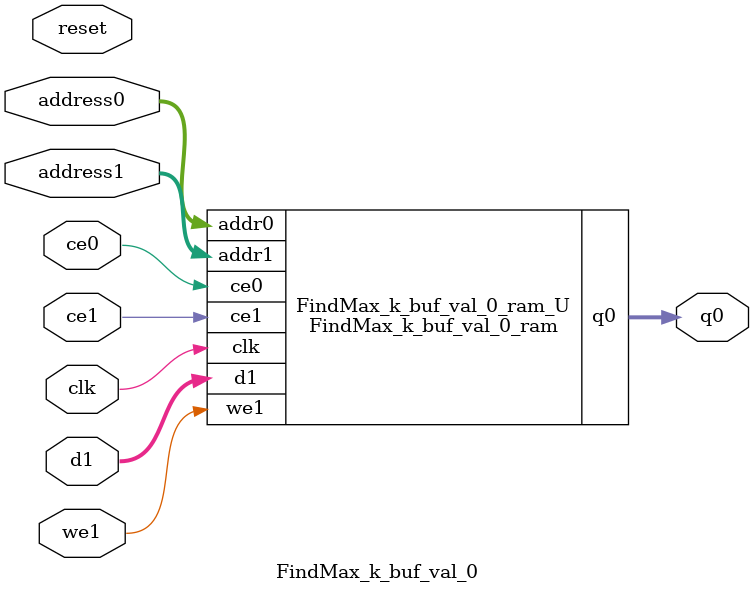
<source format=v>

`timescale 1 ns / 1 ps
module FindMax_k_buf_val_0_ram (addr0, ce0, q0, addr1, ce1, d1, we1,  clk);

parameter DWIDTH = 32;
parameter AWIDTH = 8;
parameter MEM_SIZE = 256;

input[AWIDTH-1:0] addr0;
input ce0;
output reg[DWIDTH-1:0] q0;
input[AWIDTH-1:0] addr1;
input ce1;
input[DWIDTH-1:0] d1;
input we1;
input clk;

(* ram_style = "block" *)reg [DWIDTH-1:0] ram[0:MEM_SIZE-1];




always @(posedge clk)  
begin 
    if (ce0) 
    begin
            q0 <= ram[addr0];
    end
end


always @(posedge clk)  
begin 
    if (ce1) 
    begin
        if (we1) 
        begin 
            ram[addr1] <= d1; 
        end 
    end
end


endmodule


`timescale 1 ns / 1 ps
module FindMax_k_buf_val_0(
    reset,
    clk,
    address0,
    ce0,
    q0,
    address1,
    ce1,
    we1,
    d1);

parameter DataWidth = 32'd32;
parameter AddressRange = 32'd256;
parameter AddressWidth = 32'd8;
input reset;
input clk;
input[AddressWidth - 1:0] address0;
input ce0;
output[DataWidth - 1:0] q0;
input[AddressWidth - 1:0] address1;
input ce1;
input we1;
input[DataWidth - 1:0] d1;



FindMax_k_buf_val_0_ram FindMax_k_buf_val_0_ram_U(
    .clk( clk ),
    .addr0( address0 ),
    .ce0( ce0 ),
    .q0( q0 ),
    .addr1( address1 ),
    .ce1( ce1 ),
    .we1( we1 ),
    .d1( d1 ));

endmodule


</source>
